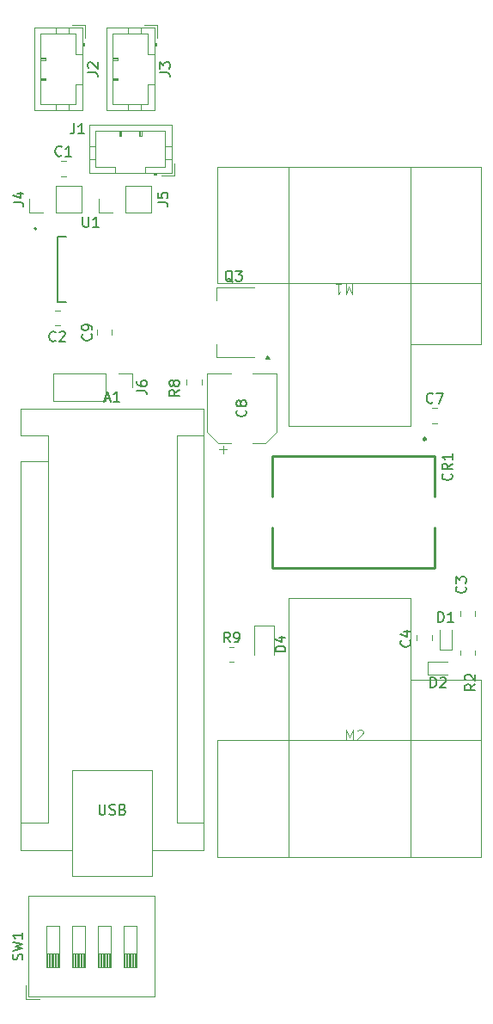
<source format=gbr>
%TF.GenerationSoftware,KiCad,Pcbnew,8.0.2*%
%TF.CreationDate,2024-10-27T19:27:45+01:00*%
%TF.ProjectId,CalkaBot_PCB,43616c6b-6142-46f7-945f-5043422e6b69,rev?*%
%TF.SameCoordinates,Original*%
%TF.FileFunction,Legend,Top*%
%TF.FilePolarity,Positive*%
%FSLAX46Y46*%
G04 Gerber Fmt 4.6, Leading zero omitted, Abs format (unit mm)*
G04 Created by KiCad (PCBNEW 8.0.2) date 2024-10-27 19:27:45*
%MOMM*%
%LPD*%
G01*
G04 APERTURE LIST*
%ADD10C,0.150000*%
%ADD11C,0.100000*%
%ADD12C,0.120000*%
%ADD13C,0.254000*%
%ADD14C,0.127000*%
%ADD15C,0.200000*%
G04 APERTURE END LIST*
D10*
X82704819Y-81738094D02*
X81704819Y-81738094D01*
X81704819Y-81738094D02*
X81704819Y-81499999D01*
X81704819Y-81499999D02*
X81752438Y-81357142D01*
X81752438Y-81357142D02*
X81847676Y-81261904D01*
X81847676Y-81261904D02*
X81942914Y-81214285D01*
X81942914Y-81214285D02*
X82133390Y-81166666D01*
X82133390Y-81166666D02*
X82276247Y-81166666D01*
X82276247Y-81166666D02*
X82466723Y-81214285D01*
X82466723Y-81214285D02*
X82561961Y-81261904D01*
X82561961Y-81261904D02*
X82657200Y-81357142D01*
X82657200Y-81357142D02*
X82704819Y-81499999D01*
X82704819Y-81499999D02*
X82704819Y-81738094D01*
X82038152Y-80309523D02*
X82704819Y-80309523D01*
X81657200Y-80547618D02*
X82371485Y-80785713D01*
X82371485Y-80785713D02*
X82371485Y-80166666D01*
X77233333Y-80804819D02*
X76900000Y-80328628D01*
X76661905Y-80804819D02*
X76661905Y-79804819D01*
X76661905Y-79804819D02*
X77042857Y-79804819D01*
X77042857Y-79804819D02*
X77138095Y-79852438D01*
X77138095Y-79852438D02*
X77185714Y-79900057D01*
X77185714Y-79900057D02*
X77233333Y-79995295D01*
X77233333Y-79995295D02*
X77233333Y-80138152D01*
X77233333Y-80138152D02*
X77185714Y-80233390D01*
X77185714Y-80233390D02*
X77138095Y-80281009D01*
X77138095Y-80281009D02*
X77042857Y-80328628D01*
X77042857Y-80328628D02*
X76661905Y-80328628D01*
X77709524Y-80804819D02*
X77900000Y-80804819D01*
X77900000Y-80804819D02*
X77995238Y-80757200D01*
X77995238Y-80757200D02*
X78042857Y-80709580D01*
X78042857Y-80709580D02*
X78138095Y-80566723D01*
X78138095Y-80566723D02*
X78185714Y-80376247D01*
X78185714Y-80376247D02*
X78185714Y-79995295D01*
X78185714Y-79995295D02*
X78138095Y-79900057D01*
X78138095Y-79900057D02*
X78090476Y-79852438D01*
X78090476Y-79852438D02*
X77995238Y-79804819D01*
X77995238Y-79804819D02*
X77804762Y-79804819D01*
X77804762Y-79804819D02*
X77709524Y-79852438D01*
X77709524Y-79852438D02*
X77661905Y-79900057D01*
X77661905Y-79900057D02*
X77614286Y-79995295D01*
X77614286Y-79995295D02*
X77614286Y-80233390D01*
X77614286Y-80233390D02*
X77661905Y-80328628D01*
X77661905Y-80328628D02*
X77709524Y-80376247D01*
X77709524Y-80376247D02*
X77804762Y-80423866D01*
X77804762Y-80423866D02*
X77995238Y-80423866D01*
X77995238Y-80423866D02*
X78090476Y-80376247D01*
X78090476Y-80376247D02*
X78138095Y-80328628D01*
X78138095Y-80328628D02*
X78185714Y-80233390D01*
X99051389Y-64219405D02*
X99099037Y-64267053D01*
X99099037Y-64267053D02*
X99146684Y-64409997D01*
X99146684Y-64409997D02*
X99146684Y-64505293D01*
X99146684Y-64505293D02*
X99099037Y-64648236D01*
X99099037Y-64648236D02*
X99003741Y-64743532D01*
X99003741Y-64743532D02*
X98908445Y-64791180D01*
X98908445Y-64791180D02*
X98717853Y-64838828D01*
X98717853Y-64838828D02*
X98574910Y-64838828D01*
X98574910Y-64838828D02*
X98384318Y-64791180D01*
X98384318Y-64791180D02*
X98289022Y-64743532D01*
X98289022Y-64743532D02*
X98193726Y-64648236D01*
X98193726Y-64648236D02*
X98146078Y-64505293D01*
X98146078Y-64505293D02*
X98146078Y-64409997D01*
X98146078Y-64409997D02*
X98193726Y-64267053D01*
X98193726Y-64267053D02*
X98241374Y-64219405D01*
X99146684Y-63218799D02*
X98670205Y-63552334D01*
X99146684Y-63790574D02*
X98146078Y-63790574D01*
X98146078Y-63790574D02*
X98146078Y-63409391D01*
X98146078Y-63409391D02*
X98193726Y-63314095D01*
X98193726Y-63314095D02*
X98241374Y-63266447D01*
X98241374Y-63266447D02*
X98336670Y-63218799D01*
X98336670Y-63218799D02*
X98479614Y-63218799D01*
X98479614Y-63218799D02*
X98574910Y-63266447D01*
X98574910Y-63266447D02*
X98622557Y-63314095D01*
X98622557Y-63314095D02*
X98670205Y-63409391D01*
X98670205Y-63409391D02*
X98670205Y-63790574D01*
X99146684Y-62265841D02*
X99146684Y-62837616D01*
X99146684Y-62551728D02*
X98146078Y-62551728D01*
X98146078Y-62551728D02*
X98289022Y-62647024D01*
X98289022Y-62647024D02*
X98384318Y-62742320D01*
X98384318Y-62742320D02*
X98431966Y-62837616D01*
X72254819Y-55966666D02*
X71778628Y-56299999D01*
X72254819Y-56538094D02*
X71254819Y-56538094D01*
X71254819Y-56538094D02*
X71254819Y-56157142D01*
X71254819Y-56157142D02*
X71302438Y-56061904D01*
X71302438Y-56061904D02*
X71350057Y-56014285D01*
X71350057Y-56014285D02*
X71445295Y-55966666D01*
X71445295Y-55966666D02*
X71588152Y-55966666D01*
X71588152Y-55966666D02*
X71683390Y-56014285D01*
X71683390Y-56014285D02*
X71731009Y-56061904D01*
X71731009Y-56061904D02*
X71778628Y-56157142D01*
X71778628Y-56157142D02*
X71778628Y-56538094D01*
X71683390Y-55395237D02*
X71635771Y-55490475D01*
X71635771Y-55490475D02*
X71588152Y-55538094D01*
X71588152Y-55538094D02*
X71492914Y-55585713D01*
X71492914Y-55585713D02*
X71445295Y-55585713D01*
X71445295Y-55585713D02*
X71350057Y-55538094D01*
X71350057Y-55538094D02*
X71302438Y-55490475D01*
X71302438Y-55490475D02*
X71254819Y-55395237D01*
X71254819Y-55395237D02*
X71254819Y-55204761D01*
X71254819Y-55204761D02*
X71302438Y-55109523D01*
X71302438Y-55109523D02*
X71350057Y-55061904D01*
X71350057Y-55061904D02*
X71445295Y-55014285D01*
X71445295Y-55014285D02*
X71492914Y-55014285D01*
X71492914Y-55014285D02*
X71588152Y-55061904D01*
X71588152Y-55061904D02*
X71635771Y-55109523D01*
X71635771Y-55109523D02*
X71683390Y-55204761D01*
X71683390Y-55204761D02*
X71683390Y-55395237D01*
X71683390Y-55395237D02*
X71731009Y-55490475D01*
X71731009Y-55490475D02*
X71778628Y-55538094D01*
X71778628Y-55538094D02*
X71873866Y-55585713D01*
X71873866Y-55585713D02*
X72064342Y-55585713D01*
X72064342Y-55585713D02*
X72159580Y-55538094D01*
X72159580Y-55538094D02*
X72207200Y-55490475D01*
X72207200Y-55490475D02*
X72254819Y-55395237D01*
X72254819Y-55395237D02*
X72254819Y-55204761D01*
X72254819Y-55204761D02*
X72207200Y-55109523D01*
X72207200Y-55109523D02*
X72159580Y-55061904D01*
X72159580Y-55061904D02*
X72064342Y-55014285D01*
X72064342Y-55014285D02*
X71873866Y-55014285D01*
X71873866Y-55014285D02*
X71778628Y-55061904D01*
X71778628Y-55061904D02*
X71731009Y-55109523D01*
X71731009Y-55109523D02*
X71683390Y-55204761D01*
X78759580Y-57966666D02*
X78807200Y-58014285D01*
X78807200Y-58014285D02*
X78854819Y-58157142D01*
X78854819Y-58157142D02*
X78854819Y-58252380D01*
X78854819Y-58252380D02*
X78807200Y-58395237D01*
X78807200Y-58395237D02*
X78711961Y-58490475D01*
X78711961Y-58490475D02*
X78616723Y-58538094D01*
X78616723Y-58538094D02*
X78426247Y-58585713D01*
X78426247Y-58585713D02*
X78283390Y-58585713D01*
X78283390Y-58585713D02*
X78092914Y-58538094D01*
X78092914Y-58538094D02*
X77997676Y-58490475D01*
X77997676Y-58490475D02*
X77902438Y-58395237D01*
X77902438Y-58395237D02*
X77854819Y-58252380D01*
X77854819Y-58252380D02*
X77854819Y-58157142D01*
X77854819Y-58157142D02*
X77902438Y-58014285D01*
X77902438Y-58014285D02*
X77950057Y-57966666D01*
X78283390Y-57395237D02*
X78235771Y-57490475D01*
X78235771Y-57490475D02*
X78188152Y-57538094D01*
X78188152Y-57538094D02*
X78092914Y-57585713D01*
X78092914Y-57585713D02*
X78045295Y-57585713D01*
X78045295Y-57585713D02*
X77950057Y-57538094D01*
X77950057Y-57538094D02*
X77902438Y-57490475D01*
X77902438Y-57490475D02*
X77854819Y-57395237D01*
X77854819Y-57395237D02*
X77854819Y-57204761D01*
X77854819Y-57204761D02*
X77902438Y-57109523D01*
X77902438Y-57109523D02*
X77950057Y-57061904D01*
X77950057Y-57061904D02*
X78045295Y-57014285D01*
X78045295Y-57014285D02*
X78092914Y-57014285D01*
X78092914Y-57014285D02*
X78188152Y-57061904D01*
X78188152Y-57061904D02*
X78235771Y-57109523D01*
X78235771Y-57109523D02*
X78283390Y-57204761D01*
X78283390Y-57204761D02*
X78283390Y-57395237D01*
X78283390Y-57395237D02*
X78331009Y-57490475D01*
X78331009Y-57490475D02*
X78378628Y-57538094D01*
X78378628Y-57538094D02*
X78473866Y-57585713D01*
X78473866Y-57585713D02*
X78664342Y-57585713D01*
X78664342Y-57585713D02*
X78759580Y-57538094D01*
X78759580Y-57538094D02*
X78807200Y-57490475D01*
X78807200Y-57490475D02*
X78854819Y-57395237D01*
X78854819Y-57395237D02*
X78854819Y-57204761D01*
X78854819Y-57204761D02*
X78807200Y-57109523D01*
X78807200Y-57109523D02*
X78759580Y-57061904D01*
X78759580Y-57061904D02*
X78664342Y-57014285D01*
X78664342Y-57014285D02*
X78473866Y-57014285D01*
X78473866Y-57014285D02*
X78378628Y-57061904D01*
X78378628Y-57061904D02*
X78331009Y-57109523D01*
X78331009Y-57109523D02*
X78283390Y-57204761D01*
X77504761Y-45350057D02*
X77409523Y-45302438D01*
X77409523Y-45302438D02*
X77314285Y-45207200D01*
X77314285Y-45207200D02*
X77171428Y-45064342D01*
X77171428Y-45064342D02*
X77076190Y-45016723D01*
X77076190Y-45016723D02*
X76980952Y-45016723D01*
X77028571Y-45254819D02*
X76933333Y-45207200D01*
X76933333Y-45207200D02*
X76838095Y-45111961D01*
X76838095Y-45111961D02*
X76790476Y-44921485D01*
X76790476Y-44921485D02*
X76790476Y-44588152D01*
X76790476Y-44588152D02*
X76838095Y-44397676D01*
X76838095Y-44397676D02*
X76933333Y-44302438D01*
X76933333Y-44302438D02*
X77028571Y-44254819D01*
X77028571Y-44254819D02*
X77219047Y-44254819D01*
X77219047Y-44254819D02*
X77314285Y-44302438D01*
X77314285Y-44302438D02*
X77409523Y-44397676D01*
X77409523Y-44397676D02*
X77457142Y-44588152D01*
X77457142Y-44588152D02*
X77457142Y-44921485D01*
X77457142Y-44921485D02*
X77409523Y-45111961D01*
X77409523Y-45111961D02*
X77314285Y-45207200D01*
X77314285Y-45207200D02*
X77219047Y-45254819D01*
X77219047Y-45254819D02*
X77028571Y-45254819D01*
X77790476Y-44254819D02*
X78409523Y-44254819D01*
X78409523Y-44254819D02*
X78076190Y-44635771D01*
X78076190Y-44635771D02*
X78219047Y-44635771D01*
X78219047Y-44635771D02*
X78314285Y-44683390D01*
X78314285Y-44683390D02*
X78361904Y-44731009D01*
X78361904Y-44731009D02*
X78409523Y-44826247D01*
X78409523Y-44826247D02*
X78409523Y-45064342D01*
X78409523Y-45064342D02*
X78361904Y-45159580D01*
X78361904Y-45159580D02*
X78314285Y-45207200D01*
X78314285Y-45207200D02*
X78219047Y-45254819D01*
X78219047Y-45254819D02*
X77933333Y-45254819D01*
X77933333Y-45254819D02*
X77838095Y-45207200D01*
X77838095Y-45207200D02*
X77790476Y-45159580D01*
X64895714Y-56839104D02*
X65371904Y-56839104D01*
X64800476Y-57124819D02*
X65133809Y-56124819D01*
X65133809Y-56124819D02*
X65467142Y-57124819D01*
X66324285Y-57124819D02*
X65752857Y-57124819D01*
X66038571Y-57124819D02*
X66038571Y-56124819D01*
X66038571Y-56124819D02*
X65943333Y-56267676D01*
X65943333Y-56267676D02*
X65848095Y-56362914D01*
X65848095Y-56362914D02*
X65752857Y-56410533D01*
X64348095Y-96764819D02*
X64348095Y-97574342D01*
X64348095Y-97574342D02*
X64395714Y-97669580D01*
X64395714Y-97669580D02*
X64443333Y-97717200D01*
X64443333Y-97717200D02*
X64538571Y-97764819D01*
X64538571Y-97764819D02*
X64729047Y-97764819D01*
X64729047Y-97764819D02*
X64824285Y-97717200D01*
X64824285Y-97717200D02*
X64871904Y-97669580D01*
X64871904Y-97669580D02*
X64919523Y-97574342D01*
X64919523Y-97574342D02*
X64919523Y-96764819D01*
X65348095Y-97717200D02*
X65490952Y-97764819D01*
X65490952Y-97764819D02*
X65729047Y-97764819D01*
X65729047Y-97764819D02*
X65824285Y-97717200D01*
X65824285Y-97717200D02*
X65871904Y-97669580D01*
X65871904Y-97669580D02*
X65919523Y-97574342D01*
X65919523Y-97574342D02*
X65919523Y-97479104D01*
X65919523Y-97479104D02*
X65871904Y-97383866D01*
X65871904Y-97383866D02*
X65824285Y-97336247D01*
X65824285Y-97336247D02*
X65729047Y-97288628D01*
X65729047Y-97288628D02*
X65538571Y-97241009D01*
X65538571Y-97241009D02*
X65443333Y-97193390D01*
X65443333Y-97193390D02*
X65395714Y-97145771D01*
X65395714Y-97145771D02*
X65348095Y-97050533D01*
X65348095Y-97050533D02*
X65348095Y-96955295D01*
X65348095Y-96955295D02*
X65395714Y-96860057D01*
X65395714Y-96860057D02*
X65443333Y-96812438D01*
X65443333Y-96812438D02*
X65538571Y-96764819D01*
X65538571Y-96764819D02*
X65776666Y-96764819D01*
X65776666Y-96764819D02*
X65919523Y-96812438D01*
X66681428Y-97241009D02*
X66824285Y-97288628D01*
X66824285Y-97288628D02*
X66871904Y-97336247D01*
X66871904Y-97336247D02*
X66919523Y-97431485D01*
X66919523Y-97431485D02*
X66919523Y-97574342D01*
X66919523Y-97574342D02*
X66871904Y-97669580D01*
X66871904Y-97669580D02*
X66824285Y-97717200D01*
X66824285Y-97717200D02*
X66729047Y-97764819D01*
X66729047Y-97764819D02*
X66348095Y-97764819D01*
X66348095Y-97764819D02*
X66348095Y-96764819D01*
X66348095Y-96764819D02*
X66681428Y-96764819D01*
X66681428Y-96764819D02*
X66776666Y-96812438D01*
X66776666Y-96812438D02*
X66824285Y-96860057D01*
X66824285Y-96860057D02*
X66871904Y-96955295D01*
X66871904Y-96955295D02*
X66871904Y-97050533D01*
X66871904Y-97050533D02*
X66824285Y-97145771D01*
X66824285Y-97145771D02*
X66776666Y-97193390D01*
X66776666Y-97193390D02*
X66681428Y-97241009D01*
X66681428Y-97241009D02*
X66348095Y-97241009D01*
D11*
X89309523Y-45542580D02*
X89309523Y-46542580D01*
X89309523Y-46542580D02*
X88976190Y-45828295D01*
X88976190Y-45828295D02*
X88642857Y-46542580D01*
X88642857Y-46542580D02*
X88642857Y-45542580D01*
X87642857Y-45542580D02*
X88214285Y-45542580D01*
X87928571Y-45542580D02*
X87928571Y-46542580D01*
X87928571Y-46542580D02*
X88023809Y-46399723D01*
X88023809Y-46399723D02*
X88119047Y-46304485D01*
X88119047Y-46304485D02*
X88214285Y-46256866D01*
D10*
X60633333Y-32879580D02*
X60585714Y-32927200D01*
X60585714Y-32927200D02*
X60442857Y-32974819D01*
X60442857Y-32974819D02*
X60347619Y-32974819D01*
X60347619Y-32974819D02*
X60204762Y-32927200D01*
X60204762Y-32927200D02*
X60109524Y-32831961D01*
X60109524Y-32831961D02*
X60061905Y-32736723D01*
X60061905Y-32736723D02*
X60014286Y-32546247D01*
X60014286Y-32546247D02*
X60014286Y-32403390D01*
X60014286Y-32403390D02*
X60061905Y-32212914D01*
X60061905Y-32212914D02*
X60109524Y-32117676D01*
X60109524Y-32117676D02*
X60204762Y-32022438D01*
X60204762Y-32022438D02*
X60347619Y-31974819D01*
X60347619Y-31974819D02*
X60442857Y-31974819D01*
X60442857Y-31974819D02*
X60585714Y-32022438D01*
X60585714Y-32022438D02*
X60633333Y-32070057D01*
X61585714Y-32974819D02*
X61014286Y-32974819D01*
X61300000Y-32974819D02*
X61300000Y-31974819D01*
X61300000Y-31974819D02*
X61204762Y-32117676D01*
X61204762Y-32117676D02*
X61109524Y-32212914D01*
X61109524Y-32212914D02*
X61014286Y-32260533D01*
X56747200Y-112043332D02*
X56794819Y-111900475D01*
X56794819Y-111900475D02*
X56794819Y-111662380D01*
X56794819Y-111662380D02*
X56747200Y-111567142D01*
X56747200Y-111567142D02*
X56699580Y-111519523D01*
X56699580Y-111519523D02*
X56604342Y-111471904D01*
X56604342Y-111471904D02*
X56509104Y-111471904D01*
X56509104Y-111471904D02*
X56413866Y-111519523D01*
X56413866Y-111519523D02*
X56366247Y-111567142D01*
X56366247Y-111567142D02*
X56318628Y-111662380D01*
X56318628Y-111662380D02*
X56271009Y-111852856D01*
X56271009Y-111852856D02*
X56223390Y-111948094D01*
X56223390Y-111948094D02*
X56175771Y-111995713D01*
X56175771Y-111995713D02*
X56080533Y-112043332D01*
X56080533Y-112043332D02*
X55985295Y-112043332D01*
X55985295Y-112043332D02*
X55890057Y-111995713D01*
X55890057Y-111995713D02*
X55842438Y-111948094D01*
X55842438Y-111948094D02*
X55794819Y-111852856D01*
X55794819Y-111852856D02*
X55794819Y-111614761D01*
X55794819Y-111614761D02*
X55842438Y-111471904D01*
X55794819Y-111138570D02*
X56794819Y-110900475D01*
X56794819Y-110900475D02*
X56080533Y-110709999D01*
X56080533Y-110709999D02*
X56794819Y-110519523D01*
X56794819Y-110519523D02*
X55794819Y-110281428D01*
X56794819Y-109376666D02*
X56794819Y-109948094D01*
X56794819Y-109662380D02*
X55794819Y-109662380D01*
X55794819Y-109662380D02*
X55937676Y-109757618D01*
X55937676Y-109757618D02*
X56032914Y-109852856D01*
X56032914Y-109852856D02*
X56080533Y-109948094D01*
X55887319Y-37520833D02*
X56601604Y-37520833D01*
X56601604Y-37520833D02*
X56744461Y-37568452D01*
X56744461Y-37568452D02*
X56839700Y-37663690D01*
X56839700Y-37663690D02*
X56887319Y-37806547D01*
X56887319Y-37806547D02*
X56887319Y-37901785D01*
X56220652Y-36616071D02*
X56887319Y-36616071D01*
X55839700Y-36854166D02*
X56553985Y-37092261D01*
X56553985Y-37092261D02*
X56553985Y-36473214D01*
X68024819Y-56033333D02*
X68739104Y-56033333D01*
X68739104Y-56033333D02*
X68881961Y-56080952D01*
X68881961Y-56080952D02*
X68977200Y-56176190D01*
X68977200Y-56176190D02*
X69024819Y-56319047D01*
X69024819Y-56319047D02*
X69024819Y-56414285D01*
X68024819Y-55128571D02*
X68024819Y-55319047D01*
X68024819Y-55319047D02*
X68072438Y-55414285D01*
X68072438Y-55414285D02*
X68120057Y-55461904D01*
X68120057Y-55461904D02*
X68262914Y-55557142D01*
X68262914Y-55557142D02*
X68453390Y-55604761D01*
X68453390Y-55604761D02*
X68834342Y-55604761D01*
X68834342Y-55604761D02*
X68929580Y-55557142D01*
X68929580Y-55557142D02*
X68977200Y-55509523D01*
X68977200Y-55509523D02*
X69024819Y-55414285D01*
X69024819Y-55414285D02*
X69024819Y-55223809D01*
X69024819Y-55223809D02*
X68977200Y-55128571D01*
X68977200Y-55128571D02*
X68929580Y-55080952D01*
X68929580Y-55080952D02*
X68834342Y-55033333D01*
X68834342Y-55033333D02*
X68596247Y-55033333D01*
X68596247Y-55033333D02*
X68501009Y-55080952D01*
X68501009Y-55080952D02*
X68453390Y-55128571D01*
X68453390Y-55128571D02*
X68405771Y-55223809D01*
X68405771Y-55223809D02*
X68405771Y-55414285D01*
X68405771Y-55414285D02*
X68453390Y-55509523D01*
X68453390Y-55509523D02*
X68501009Y-55557142D01*
X68501009Y-55557142D02*
X68596247Y-55604761D01*
X100409580Y-75316666D02*
X100457200Y-75364285D01*
X100457200Y-75364285D02*
X100504819Y-75507142D01*
X100504819Y-75507142D02*
X100504819Y-75602380D01*
X100504819Y-75602380D02*
X100457200Y-75745237D01*
X100457200Y-75745237D02*
X100361961Y-75840475D01*
X100361961Y-75840475D02*
X100266723Y-75888094D01*
X100266723Y-75888094D02*
X100076247Y-75935713D01*
X100076247Y-75935713D02*
X99933390Y-75935713D01*
X99933390Y-75935713D02*
X99742914Y-75888094D01*
X99742914Y-75888094D02*
X99647676Y-75840475D01*
X99647676Y-75840475D02*
X99552438Y-75745237D01*
X99552438Y-75745237D02*
X99504819Y-75602380D01*
X99504819Y-75602380D02*
X99504819Y-75507142D01*
X99504819Y-75507142D02*
X99552438Y-75364285D01*
X99552438Y-75364285D02*
X99600057Y-75316666D01*
X99504819Y-74983332D02*
X99504819Y-74364285D01*
X99504819Y-74364285D02*
X99885771Y-74697618D01*
X99885771Y-74697618D02*
X99885771Y-74554761D01*
X99885771Y-74554761D02*
X99933390Y-74459523D01*
X99933390Y-74459523D02*
X99981009Y-74411904D01*
X99981009Y-74411904D02*
X100076247Y-74364285D01*
X100076247Y-74364285D02*
X100314342Y-74364285D01*
X100314342Y-74364285D02*
X100409580Y-74411904D01*
X100409580Y-74411904D02*
X100457200Y-74459523D01*
X100457200Y-74459523D02*
X100504819Y-74554761D01*
X100504819Y-74554761D02*
X100504819Y-74840475D01*
X100504819Y-74840475D02*
X100457200Y-74935713D01*
X100457200Y-74935713D02*
X100409580Y-74983332D01*
X97761905Y-78804819D02*
X97761905Y-77804819D01*
X97761905Y-77804819D02*
X98000000Y-77804819D01*
X98000000Y-77804819D02*
X98142857Y-77852438D01*
X98142857Y-77852438D02*
X98238095Y-77947676D01*
X98238095Y-77947676D02*
X98285714Y-78042914D01*
X98285714Y-78042914D02*
X98333333Y-78233390D01*
X98333333Y-78233390D02*
X98333333Y-78376247D01*
X98333333Y-78376247D02*
X98285714Y-78566723D01*
X98285714Y-78566723D02*
X98238095Y-78661961D01*
X98238095Y-78661961D02*
X98142857Y-78757200D01*
X98142857Y-78757200D02*
X98000000Y-78804819D01*
X98000000Y-78804819D02*
X97761905Y-78804819D01*
X99285714Y-78804819D02*
X98714286Y-78804819D01*
X99000000Y-78804819D02*
X99000000Y-77804819D01*
X99000000Y-77804819D02*
X98904762Y-77947676D01*
X98904762Y-77947676D02*
X98809524Y-78042914D01*
X98809524Y-78042914D02*
X98714286Y-78090533D01*
X94959580Y-80616666D02*
X95007200Y-80664285D01*
X95007200Y-80664285D02*
X95054819Y-80807142D01*
X95054819Y-80807142D02*
X95054819Y-80902380D01*
X95054819Y-80902380D02*
X95007200Y-81045237D01*
X95007200Y-81045237D02*
X94911961Y-81140475D01*
X94911961Y-81140475D02*
X94816723Y-81188094D01*
X94816723Y-81188094D02*
X94626247Y-81235713D01*
X94626247Y-81235713D02*
X94483390Y-81235713D01*
X94483390Y-81235713D02*
X94292914Y-81188094D01*
X94292914Y-81188094D02*
X94197676Y-81140475D01*
X94197676Y-81140475D02*
X94102438Y-81045237D01*
X94102438Y-81045237D02*
X94054819Y-80902380D01*
X94054819Y-80902380D02*
X94054819Y-80807142D01*
X94054819Y-80807142D02*
X94102438Y-80664285D01*
X94102438Y-80664285D02*
X94150057Y-80616666D01*
X94388152Y-79759523D02*
X95054819Y-79759523D01*
X94007200Y-79997618D02*
X94721485Y-80235713D01*
X94721485Y-80235713D02*
X94721485Y-79616666D01*
X70304819Y-24733333D02*
X71019104Y-24733333D01*
X71019104Y-24733333D02*
X71161961Y-24780952D01*
X71161961Y-24780952D02*
X71257200Y-24876190D01*
X71257200Y-24876190D02*
X71304819Y-25019047D01*
X71304819Y-25019047D02*
X71304819Y-25114285D01*
X70304819Y-24352380D02*
X70304819Y-23733333D01*
X70304819Y-23733333D02*
X70685771Y-24066666D01*
X70685771Y-24066666D02*
X70685771Y-23923809D01*
X70685771Y-23923809D02*
X70733390Y-23828571D01*
X70733390Y-23828571D02*
X70781009Y-23780952D01*
X70781009Y-23780952D02*
X70876247Y-23733333D01*
X70876247Y-23733333D02*
X71114342Y-23733333D01*
X71114342Y-23733333D02*
X71209580Y-23780952D01*
X71209580Y-23780952D02*
X71257200Y-23828571D01*
X71257200Y-23828571D02*
X71304819Y-23923809D01*
X71304819Y-23923809D02*
X71304819Y-24209523D01*
X71304819Y-24209523D02*
X71257200Y-24304761D01*
X71257200Y-24304761D02*
X71209580Y-24352380D01*
X62725595Y-38932319D02*
X62725595Y-39741842D01*
X62725595Y-39741842D02*
X62773214Y-39837080D01*
X62773214Y-39837080D02*
X62820833Y-39884700D01*
X62820833Y-39884700D02*
X62916071Y-39932319D01*
X62916071Y-39932319D02*
X63106547Y-39932319D01*
X63106547Y-39932319D02*
X63201785Y-39884700D01*
X63201785Y-39884700D02*
X63249404Y-39837080D01*
X63249404Y-39837080D02*
X63297023Y-39741842D01*
X63297023Y-39741842D02*
X63297023Y-38932319D01*
X64297023Y-39932319D02*
X63725595Y-39932319D01*
X64011309Y-39932319D02*
X64011309Y-38932319D01*
X64011309Y-38932319D02*
X63916071Y-39075176D01*
X63916071Y-39075176D02*
X63820833Y-39170414D01*
X63820833Y-39170414D02*
X63725595Y-39218033D01*
X60033333Y-51109580D02*
X59985714Y-51157200D01*
X59985714Y-51157200D02*
X59842857Y-51204819D01*
X59842857Y-51204819D02*
X59747619Y-51204819D01*
X59747619Y-51204819D02*
X59604762Y-51157200D01*
X59604762Y-51157200D02*
X59509524Y-51061961D01*
X59509524Y-51061961D02*
X59461905Y-50966723D01*
X59461905Y-50966723D02*
X59414286Y-50776247D01*
X59414286Y-50776247D02*
X59414286Y-50633390D01*
X59414286Y-50633390D02*
X59461905Y-50442914D01*
X59461905Y-50442914D02*
X59509524Y-50347676D01*
X59509524Y-50347676D02*
X59604762Y-50252438D01*
X59604762Y-50252438D02*
X59747619Y-50204819D01*
X59747619Y-50204819D02*
X59842857Y-50204819D01*
X59842857Y-50204819D02*
X59985714Y-50252438D01*
X59985714Y-50252438D02*
X60033333Y-50300057D01*
X60414286Y-50300057D02*
X60461905Y-50252438D01*
X60461905Y-50252438D02*
X60557143Y-50204819D01*
X60557143Y-50204819D02*
X60795238Y-50204819D01*
X60795238Y-50204819D02*
X60890476Y-50252438D01*
X60890476Y-50252438D02*
X60938095Y-50300057D01*
X60938095Y-50300057D02*
X60985714Y-50395295D01*
X60985714Y-50395295D02*
X60985714Y-50490533D01*
X60985714Y-50490533D02*
X60938095Y-50633390D01*
X60938095Y-50633390D02*
X60366667Y-51204819D01*
X60366667Y-51204819D02*
X60985714Y-51204819D01*
X61866666Y-29754819D02*
X61866666Y-30469104D01*
X61866666Y-30469104D02*
X61819047Y-30611961D01*
X61819047Y-30611961D02*
X61723809Y-30707200D01*
X61723809Y-30707200D02*
X61580952Y-30754819D01*
X61580952Y-30754819D02*
X61485714Y-30754819D01*
X62866666Y-30754819D02*
X62295238Y-30754819D01*
X62580952Y-30754819D02*
X62580952Y-29754819D01*
X62580952Y-29754819D02*
X62485714Y-29897676D01*
X62485714Y-29897676D02*
X62390476Y-29992914D01*
X62390476Y-29992914D02*
X62295238Y-30040533D01*
X97011905Y-85254819D02*
X97011905Y-84254819D01*
X97011905Y-84254819D02*
X97250000Y-84254819D01*
X97250000Y-84254819D02*
X97392857Y-84302438D01*
X97392857Y-84302438D02*
X97488095Y-84397676D01*
X97488095Y-84397676D02*
X97535714Y-84492914D01*
X97535714Y-84492914D02*
X97583333Y-84683390D01*
X97583333Y-84683390D02*
X97583333Y-84826247D01*
X97583333Y-84826247D02*
X97535714Y-85016723D01*
X97535714Y-85016723D02*
X97488095Y-85111961D01*
X97488095Y-85111961D02*
X97392857Y-85207200D01*
X97392857Y-85207200D02*
X97250000Y-85254819D01*
X97250000Y-85254819D02*
X97011905Y-85254819D01*
X97964286Y-84350057D02*
X98011905Y-84302438D01*
X98011905Y-84302438D02*
X98107143Y-84254819D01*
X98107143Y-84254819D02*
X98345238Y-84254819D01*
X98345238Y-84254819D02*
X98440476Y-84302438D01*
X98440476Y-84302438D02*
X98488095Y-84350057D01*
X98488095Y-84350057D02*
X98535714Y-84445295D01*
X98535714Y-84445295D02*
X98535714Y-84540533D01*
X98535714Y-84540533D02*
X98488095Y-84683390D01*
X98488095Y-84683390D02*
X97916667Y-85254819D01*
X97916667Y-85254819D02*
X98535714Y-85254819D01*
X63542080Y-50479166D02*
X63589700Y-50526785D01*
X63589700Y-50526785D02*
X63637319Y-50669642D01*
X63637319Y-50669642D02*
X63637319Y-50764880D01*
X63637319Y-50764880D02*
X63589700Y-50907737D01*
X63589700Y-50907737D02*
X63494461Y-51002975D01*
X63494461Y-51002975D02*
X63399223Y-51050594D01*
X63399223Y-51050594D02*
X63208747Y-51098213D01*
X63208747Y-51098213D02*
X63065890Y-51098213D01*
X63065890Y-51098213D02*
X62875414Y-51050594D01*
X62875414Y-51050594D02*
X62780176Y-51002975D01*
X62780176Y-51002975D02*
X62684938Y-50907737D01*
X62684938Y-50907737D02*
X62637319Y-50764880D01*
X62637319Y-50764880D02*
X62637319Y-50669642D01*
X62637319Y-50669642D02*
X62684938Y-50526785D01*
X62684938Y-50526785D02*
X62732557Y-50479166D01*
X63637319Y-50002975D02*
X63637319Y-49812499D01*
X63637319Y-49812499D02*
X63589700Y-49717261D01*
X63589700Y-49717261D02*
X63542080Y-49669642D01*
X63542080Y-49669642D02*
X63399223Y-49574404D01*
X63399223Y-49574404D02*
X63208747Y-49526785D01*
X63208747Y-49526785D02*
X62827795Y-49526785D01*
X62827795Y-49526785D02*
X62732557Y-49574404D01*
X62732557Y-49574404D02*
X62684938Y-49622023D01*
X62684938Y-49622023D02*
X62637319Y-49717261D01*
X62637319Y-49717261D02*
X62637319Y-49907737D01*
X62637319Y-49907737D02*
X62684938Y-50002975D01*
X62684938Y-50002975D02*
X62732557Y-50050594D01*
X62732557Y-50050594D02*
X62827795Y-50098213D01*
X62827795Y-50098213D02*
X63065890Y-50098213D01*
X63065890Y-50098213D02*
X63161128Y-50050594D01*
X63161128Y-50050594D02*
X63208747Y-50002975D01*
X63208747Y-50002975D02*
X63256366Y-49907737D01*
X63256366Y-49907737D02*
X63256366Y-49717261D01*
X63256366Y-49717261D02*
X63208747Y-49622023D01*
X63208747Y-49622023D02*
X63161128Y-49574404D01*
X63161128Y-49574404D02*
X63065890Y-49526785D01*
X70104819Y-37533333D02*
X70819104Y-37533333D01*
X70819104Y-37533333D02*
X70961961Y-37580952D01*
X70961961Y-37580952D02*
X71057200Y-37676190D01*
X71057200Y-37676190D02*
X71104819Y-37819047D01*
X71104819Y-37819047D02*
X71104819Y-37914285D01*
X70104819Y-36580952D02*
X70104819Y-37057142D01*
X70104819Y-37057142D02*
X70581009Y-37104761D01*
X70581009Y-37104761D02*
X70533390Y-37057142D01*
X70533390Y-37057142D02*
X70485771Y-36961904D01*
X70485771Y-36961904D02*
X70485771Y-36723809D01*
X70485771Y-36723809D02*
X70533390Y-36628571D01*
X70533390Y-36628571D02*
X70581009Y-36580952D01*
X70581009Y-36580952D02*
X70676247Y-36533333D01*
X70676247Y-36533333D02*
X70914342Y-36533333D01*
X70914342Y-36533333D02*
X71009580Y-36580952D01*
X71009580Y-36580952D02*
X71057200Y-36628571D01*
X71057200Y-36628571D02*
X71104819Y-36723809D01*
X71104819Y-36723809D02*
X71104819Y-36961904D01*
X71104819Y-36961904D02*
X71057200Y-37057142D01*
X71057200Y-37057142D02*
X71009580Y-37104761D01*
X101404819Y-84916666D02*
X100928628Y-85249999D01*
X101404819Y-85488094D02*
X100404819Y-85488094D01*
X100404819Y-85488094D02*
X100404819Y-85107142D01*
X100404819Y-85107142D02*
X100452438Y-85011904D01*
X100452438Y-85011904D02*
X100500057Y-84964285D01*
X100500057Y-84964285D02*
X100595295Y-84916666D01*
X100595295Y-84916666D02*
X100738152Y-84916666D01*
X100738152Y-84916666D02*
X100833390Y-84964285D01*
X100833390Y-84964285D02*
X100881009Y-85011904D01*
X100881009Y-85011904D02*
X100928628Y-85107142D01*
X100928628Y-85107142D02*
X100928628Y-85488094D01*
X100500057Y-84535713D02*
X100452438Y-84488094D01*
X100452438Y-84488094D02*
X100404819Y-84392856D01*
X100404819Y-84392856D02*
X100404819Y-84154761D01*
X100404819Y-84154761D02*
X100452438Y-84059523D01*
X100452438Y-84059523D02*
X100500057Y-84011904D01*
X100500057Y-84011904D02*
X100595295Y-83964285D01*
X100595295Y-83964285D02*
X100690533Y-83964285D01*
X100690533Y-83964285D02*
X100833390Y-84011904D01*
X100833390Y-84011904D02*
X101404819Y-84583332D01*
X101404819Y-84583332D02*
X101404819Y-83964285D01*
X63204819Y-24733333D02*
X63919104Y-24733333D01*
X63919104Y-24733333D02*
X64061961Y-24780952D01*
X64061961Y-24780952D02*
X64157200Y-24876190D01*
X64157200Y-24876190D02*
X64204819Y-25019047D01*
X64204819Y-25019047D02*
X64204819Y-25114285D01*
X63300057Y-24304761D02*
X63252438Y-24257142D01*
X63252438Y-24257142D02*
X63204819Y-24161904D01*
X63204819Y-24161904D02*
X63204819Y-23923809D01*
X63204819Y-23923809D02*
X63252438Y-23828571D01*
X63252438Y-23828571D02*
X63300057Y-23780952D01*
X63300057Y-23780952D02*
X63395295Y-23733333D01*
X63395295Y-23733333D02*
X63490533Y-23733333D01*
X63490533Y-23733333D02*
X63633390Y-23780952D01*
X63633390Y-23780952D02*
X64204819Y-24352380D01*
X64204819Y-24352380D02*
X64204819Y-23733333D01*
X97233333Y-57179580D02*
X97185714Y-57227200D01*
X97185714Y-57227200D02*
X97042857Y-57274819D01*
X97042857Y-57274819D02*
X96947619Y-57274819D01*
X96947619Y-57274819D02*
X96804762Y-57227200D01*
X96804762Y-57227200D02*
X96709524Y-57131961D01*
X96709524Y-57131961D02*
X96661905Y-57036723D01*
X96661905Y-57036723D02*
X96614286Y-56846247D01*
X96614286Y-56846247D02*
X96614286Y-56703390D01*
X96614286Y-56703390D02*
X96661905Y-56512914D01*
X96661905Y-56512914D02*
X96709524Y-56417676D01*
X96709524Y-56417676D02*
X96804762Y-56322438D01*
X96804762Y-56322438D02*
X96947619Y-56274819D01*
X96947619Y-56274819D02*
X97042857Y-56274819D01*
X97042857Y-56274819D02*
X97185714Y-56322438D01*
X97185714Y-56322438D02*
X97233333Y-56370057D01*
X97566667Y-56274819D02*
X98233333Y-56274819D01*
X98233333Y-56274819D02*
X97804762Y-57274819D01*
D11*
X88690476Y-90413419D02*
X88690476Y-89413419D01*
X88690476Y-89413419D02*
X89023809Y-90127704D01*
X89023809Y-90127704D02*
X89357142Y-89413419D01*
X89357142Y-89413419D02*
X89357142Y-90413419D01*
X89785714Y-89508657D02*
X89833333Y-89461038D01*
X89833333Y-89461038D02*
X89928571Y-89413419D01*
X89928571Y-89413419D02*
X90166666Y-89413419D01*
X90166666Y-89413419D02*
X90261904Y-89461038D01*
X90261904Y-89461038D02*
X90309523Y-89508657D01*
X90309523Y-89508657D02*
X90357142Y-89603895D01*
X90357142Y-89603895D02*
X90357142Y-89699133D01*
X90357142Y-89699133D02*
X90309523Y-89841990D01*
X90309523Y-89841990D02*
X89738095Y-90413419D01*
X89738095Y-90413419D02*
X90357142Y-90413419D01*
D12*
%TO.C,D4*%
X81560000Y-79140000D02*
X79640000Y-79140000D01*
X79640000Y-79140000D02*
X79640000Y-82000000D01*
X81560000Y-82000000D02*
X81560000Y-79140000D01*
%TO.C,R9*%
X77172936Y-81265000D02*
X77627064Y-81265000D01*
X77172936Y-82735000D02*
X77627064Y-82735000D01*
D13*
%TO.C,CR1*%
X81415000Y-62500000D02*
X97415000Y-62500000D01*
X97415000Y-66500000D02*
X97415000Y-62500000D01*
X81415000Y-66500000D02*
X81415000Y-62500000D01*
X97415000Y-73500000D02*
X97415000Y-69500000D01*
X97415000Y-73500000D02*
X81415000Y-73500000D01*
X81415000Y-73500000D02*
X81415000Y-69500000D01*
X96542000Y-60800000D02*
G75*
G02*
X96288000Y-60800000I-127000J0D01*
G01*
X96288000Y-60800000D02*
G75*
G02*
X96542000Y-60800000I127000J0D01*
G01*
D12*
%TO.C,R8*%
X72965000Y-54972936D02*
X72965000Y-55427064D01*
X74435000Y-54972936D02*
X74435000Y-55427064D01*
%TO.C,C8*%
X76552500Y-62237500D02*
X76552500Y-61450000D01*
X76158750Y-61843750D02*
X76946250Y-61843750D01*
X76054437Y-61210000D02*
X77340000Y-61210000D01*
X76054437Y-61210000D02*
X74990000Y-60145563D01*
X80745563Y-61210000D02*
X79460000Y-61210000D01*
X80745563Y-61210000D02*
X81810000Y-60145563D01*
X74990000Y-60145563D02*
X74990000Y-54390000D01*
X81810000Y-60145563D02*
X81810000Y-54390000D01*
X74990000Y-54390000D02*
X77340000Y-54390000D01*
X81810000Y-54390000D02*
X79460000Y-54390000D01*
%TO.C,Q3*%
X79650000Y-52710000D02*
X75890000Y-52710000D01*
X79650000Y-45890000D02*
X75890000Y-45890000D01*
X75890000Y-52710000D02*
X75890000Y-51450000D01*
X75890000Y-45890000D02*
X75890000Y-47150000D01*
X81170000Y-52940000D02*
X80690000Y-52940000D01*
X80930000Y-52610000D01*
X81170000Y-52940000D01*
G36*
X81170000Y-52940000D02*
G01*
X80690000Y-52940000D01*
X80930000Y-52610000D01*
X81170000Y-52940000D01*
G37*
%TO.C,A1*%
X74630000Y-101250000D02*
X74630000Y-57810000D01*
X74630000Y-101250000D02*
X69550000Y-101250000D01*
X74630000Y-57810000D02*
X56590000Y-57810000D01*
X71960000Y-98580000D02*
X74630000Y-98580000D01*
X71960000Y-60480000D02*
X74630000Y-60480000D01*
X71960000Y-60480000D02*
X71960000Y-98580000D01*
X69550000Y-103790000D02*
X61670000Y-103790000D01*
X69550000Y-93370000D02*
X69550000Y-103790000D01*
X61670000Y-103790000D02*
X61670000Y-93370000D01*
X61670000Y-93370000D02*
X69550000Y-93370000D01*
X59260000Y-98580000D02*
X56590000Y-98580000D01*
X59260000Y-63020000D02*
X59260000Y-98580000D01*
X59260000Y-63020000D02*
X59260000Y-60480000D01*
X59260000Y-63020000D02*
X56590000Y-63020000D01*
X59260000Y-60480000D02*
X56590000Y-60480000D01*
X56590000Y-101250000D02*
X61670000Y-101250000D01*
X56590000Y-63020000D02*
X56590000Y-101250000D01*
X56590000Y-57810000D02*
X56590000Y-60480000D01*
%TO.C,M1*%
D11*
X102000000Y-51500000D02*
X95000000Y-51500000D01*
X95000000Y-45500000D01*
X102000000Y-45500000D01*
X102000000Y-51500000D01*
X102000000Y-45500000D02*
X76000000Y-45500000D01*
X76000000Y-34000000D01*
X102000000Y-34000000D01*
X102000000Y-45500000D01*
X95000000Y-59500000D02*
X83000000Y-59500000D01*
X83000000Y-34000000D01*
X95000000Y-34000000D01*
X95000000Y-59500000D01*
D12*
%TO.C,C1*%
X60538748Y-33465000D02*
X61061252Y-33465000D01*
X60538748Y-34935000D02*
X61061252Y-34935000D01*
%TO.C,SW1*%
X57100000Y-115900000D02*
X57100000Y-114516000D01*
X57100000Y-115900000D02*
X58483000Y-115900000D01*
X57340000Y-105760000D02*
X69800000Y-105760000D01*
X57340000Y-115660000D02*
X57340000Y-105760000D01*
X57340000Y-115660000D02*
X69800000Y-115660000D01*
X59125000Y-108680000D02*
X59125000Y-112740000D01*
X59125000Y-111386667D02*
X60395000Y-111386667D01*
X59125000Y-112740000D02*
X60395000Y-112740000D01*
X59245000Y-112740000D02*
X59245000Y-111386667D01*
X59365000Y-112740000D02*
X59365000Y-111386667D01*
X59485000Y-112740000D02*
X59485000Y-111386667D01*
X59605000Y-112740000D02*
X59605000Y-111386667D01*
X59725000Y-112740000D02*
X59725000Y-111386667D01*
X59845000Y-112740000D02*
X59845000Y-111386667D01*
X59965000Y-112740000D02*
X59965000Y-111386667D01*
X60085000Y-112740000D02*
X60085000Y-111386667D01*
X60205000Y-112740000D02*
X60205000Y-111386667D01*
X60325000Y-112740000D02*
X60325000Y-111386667D01*
X60395000Y-108680000D02*
X59125000Y-108680000D01*
X60395000Y-112740000D02*
X60395000Y-108680000D01*
X61665000Y-108680000D02*
X61665000Y-112740000D01*
X61665000Y-111386667D02*
X62935000Y-111386667D01*
X61665000Y-112740000D02*
X62935000Y-112740000D01*
X61785000Y-112740000D02*
X61785000Y-111386667D01*
X61905000Y-112740000D02*
X61905000Y-111386667D01*
X62025000Y-112740000D02*
X62025000Y-111386667D01*
X62145000Y-112740000D02*
X62145000Y-111386667D01*
X62265000Y-112740000D02*
X62265000Y-111386667D01*
X62385000Y-112740000D02*
X62385000Y-111386667D01*
X62505000Y-112740000D02*
X62505000Y-111386667D01*
X62625000Y-112740000D02*
X62625000Y-111386667D01*
X62745000Y-112740000D02*
X62745000Y-111386667D01*
X62865000Y-112740000D02*
X62865000Y-111386667D01*
X62935000Y-108680000D02*
X61665000Y-108680000D01*
X62935000Y-112740000D02*
X62935000Y-108680000D01*
X64205000Y-108680000D02*
X64205000Y-112740000D01*
X64205000Y-111386667D02*
X65475000Y-111386667D01*
X64205000Y-112740000D02*
X65475000Y-112740000D01*
X64325000Y-112740000D02*
X64325000Y-111386667D01*
X64445000Y-112740000D02*
X64445000Y-111386667D01*
X64565000Y-112740000D02*
X64565000Y-111386667D01*
X64685000Y-112740000D02*
X64685000Y-111386667D01*
X64805000Y-112740000D02*
X64805000Y-111386667D01*
X64925000Y-112740000D02*
X64925000Y-111386667D01*
X65045000Y-112740000D02*
X65045000Y-111386667D01*
X65165000Y-112740000D02*
X65165000Y-111386667D01*
X65285000Y-112740000D02*
X65285000Y-111386667D01*
X65405000Y-112740000D02*
X65405000Y-111386667D01*
X65475000Y-108680000D02*
X64205000Y-108680000D01*
X65475000Y-112740000D02*
X65475000Y-108680000D01*
X66745000Y-108680000D02*
X66745000Y-112740000D01*
X66745000Y-111386667D02*
X68015000Y-111386667D01*
X66745000Y-112740000D02*
X68015000Y-112740000D01*
X66865000Y-112740000D02*
X66865000Y-111386667D01*
X66985000Y-112740000D02*
X66985000Y-111386667D01*
X67105000Y-112740000D02*
X67105000Y-111386667D01*
X67225000Y-112740000D02*
X67225000Y-111386667D01*
X67345000Y-112740000D02*
X67345000Y-111386667D01*
X67465000Y-112740000D02*
X67465000Y-111386667D01*
X67585000Y-112740000D02*
X67585000Y-111386667D01*
X67705000Y-112740000D02*
X67705000Y-111386667D01*
X67825000Y-112740000D02*
X67825000Y-111386667D01*
X67945000Y-112740000D02*
X67945000Y-111386667D01*
X68015000Y-108680000D02*
X66745000Y-108680000D01*
X68015000Y-112740000D02*
X68015000Y-108680000D01*
X69800000Y-115660000D02*
X69800000Y-105760000D01*
%TO.C,J4*%
X57432500Y-38517500D02*
X57432500Y-37187500D01*
X58762500Y-38517500D02*
X57432500Y-38517500D01*
X60032500Y-35857500D02*
X62632500Y-35857500D01*
X60032500Y-38517500D02*
X60032500Y-35857500D01*
X60032500Y-38517500D02*
X62632500Y-38517500D01*
X62632500Y-38517500D02*
X62632500Y-35857500D01*
%TO.C,J6*%
X59830000Y-54370000D02*
X59830000Y-57030000D01*
X64970000Y-54370000D02*
X59830000Y-54370000D01*
X64970000Y-54370000D02*
X64970000Y-57030000D01*
X64970000Y-57030000D02*
X59830000Y-57030000D01*
X66240000Y-54370000D02*
X67570000Y-54370000D01*
X67570000Y-54370000D02*
X67570000Y-55700000D01*
%TO.C,C3*%
X101385000Y-78211252D02*
X101385000Y-77688748D01*
X99915000Y-78211252D02*
X99915000Y-77688748D01*
%TO.C,D1*%
X97900000Y-79550000D02*
X97900000Y-81510000D01*
X97900000Y-81510000D02*
X99100000Y-81510000D01*
X99100000Y-79550000D02*
X99100000Y-81510000D01*
%TO.C,C4*%
X97135000Y-80088748D02*
X97135000Y-80611252D01*
X95665000Y-80088748D02*
X95665000Y-80611252D01*
%TO.C,J3*%
X65040000Y-20340000D02*
X65040000Y-28460000D01*
X65040000Y-28460000D02*
X69760000Y-28460000D01*
X65650000Y-20950000D02*
X65650000Y-27850000D01*
X65650000Y-23300000D02*
X66150000Y-23300000D01*
X65650000Y-23400000D02*
X66150000Y-23400000D01*
X65650000Y-25300000D02*
X66150000Y-25300000D01*
X65650000Y-25400000D02*
X66150000Y-25400000D01*
X65650000Y-27850000D02*
X69150000Y-27850000D01*
X66150000Y-23300000D02*
X66150000Y-23500000D01*
X66150000Y-23500000D02*
X65650000Y-23500000D01*
X66150000Y-25300000D02*
X66150000Y-25500000D01*
X66150000Y-25500000D02*
X65650000Y-25500000D01*
X67150000Y-20340000D02*
X67150000Y-20950000D01*
X67150000Y-28460000D02*
X67150000Y-27850000D01*
X68450000Y-20340000D02*
X68450000Y-20950000D01*
X68450000Y-28460000D02*
X68450000Y-27850000D01*
X69150000Y-20950000D02*
X65650000Y-20950000D01*
X69150000Y-22900000D02*
X69150000Y-20950000D01*
X69150000Y-25900000D02*
X69760000Y-25900000D01*
X69150000Y-27850000D02*
X69150000Y-25900000D01*
X69760000Y-20340000D02*
X65040000Y-20340000D01*
X69760000Y-22100000D02*
X69960000Y-22100000D01*
X69760000Y-22900000D02*
X69150000Y-22900000D01*
X69760000Y-28460000D02*
X69760000Y-20340000D01*
X69860000Y-22100000D02*
X69860000Y-21800000D01*
X69960000Y-21800000D02*
X69760000Y-21800000D01*
X69960000Y-22100000D02*
X69960000Y-21800000D01*
X70060000Y-20040000D02*
X68810000Y-20040000D01*
X70060000Y-21290000D02*
X70060000Y-20040000D01*
D14*
%TO.C,U1*%
X60275000Y-40862500D02*
X60275000Y-47362500D01*
X60275000Y-47362500D02*
X61048500Y-47362500D01*
X61048500Y-40862500D02*
X60275000Y-40862500D01*
D15*
X58162500Y-40112500D02*
G75*
G02*
X57962500Y-40112500I-100000J0D01*
G01*
X57962500Y-40112500D02*
G75*
G02*
X58162500Y-40112500I100000J0D01*
G01*
D12*
%TO.C,C2*%
X59938748Y-48165000D02*
X60461252Y-48165000D01*
X59938748Y-49635000D02*
X60461252Y-49635000D01*
%TO.C,J1*%
X63340000Y-29890000D02*
X63340000Y-34610000D01*
X63340000Y-32000000D02*
X63950000Y-32000000D01*
X63340000Y-33300000D02*
X63950000Y-33300000D01*
X63340000Y-34610000D02*
X71460000Y-34610000D01*
X63950000Y-30500000D02*
X63950000Y-34000000D01*
X63950000Y-34000000D02*
X65900000Y-34000000D01*
X65900000Y-34000000D02*
X65900000Y-34610000D01*
X66300000Y-31000000D02*
X66300000Y-30500000D01*
X66400000Y-30500000D02*
X66400000Y-31000000D01*
X66500000Y-30500000D02*
X66500000Y-31000000D01*
X66500000Y-31000000D02*
X66300000Y-31000000D01*
X68300000Y-31000000D02*
X68300000Y-30500000D01*
X68400000Y-30500000D02*
X68400000Y-31000000D01*
X68500000Y-30500000D02*
X68500000Y-31000000D01*
X68500000Y-31000000D02*
X68300000Y-31000000D01*
X68900000Y-34000000D02*
X70850000Y-34000000D01*
X68900000Y-34610000D02*
X68900000Y-34000000D01*
X69700000Y-34610000D02*
X69700000Y-34810000D01*
X69700000Y-34710000D02*
X70000000Y-34710000D01*
X69700000Y-34810000D02*
X70000000Y-34810000D01*
X70000000Y-34810000D02*
X70000000Y-34610000D01*
X70510000Y-34910000D02*
X71760000Y-34910000D01*
X70850000Y-30500000D02*
X63950000Y-30500000D01*
X70850000Y-34000000D02*
X70850000Y-30500000D01*
X71460000Y-29890000D02*
X63340000Y-29890000D01*
X71460000Y-32000000D02*
X70850000Y-32000000D01*
X71460000Y-33300000D02*
X70850000Y-33300000D01*
X71460000Y-34610000D02*
X71460000Y-29890000D01*
X71760000Y-34910000D02*
X71760000Y-33660000D01*
%TO.C,D2*%
X98700000Y-83950000D02*
X96740000Y-83950000D01*
X96740000Y-82750000D02*
X96740000Y-83950000D01*
X98700000Y-82750000D02*
X96740000Y-82750000D01*
%TO.C,C9*%
X64127500Y-50573752D02*
X64127500Y-50051248D01*
X65597500Y-50573752D02*
X65597500Y-50051248D01*
%TO.C,J5*%
X69495000Y-38530000D02*
X69495000Y-35870000D01*
X66895000Y-38530000D02*
X69495000Y-38530000D01*
X66895000Y-38530000D02*
X66895000Y-35870000D01*
X66895000Y-35870000D02*
X69495000Y-35870000D01*
X65625000Y-38530000D02*
X64295000Y-38530000D01*
X64295000Y-38530000D02*
X64295000Y-37200000D01*
%TO.C,R2*%
X101385000Y-82077064D02*
X101385000Y-81622936D01*
X99915000Y-82077064D02*
X99915000Y-81622936D01*
%TO.C,J2*%
X57940000Y-20340000D02*
X57940000Y-28460000D01*
X57940000Y-28460000D02*
X62660000Y-28460000D01*
X58550000Y-20950000D02*
X58550000Y-27850000D01*
X58550000Y-23300000D02*
X59050000Y-23300000D01*
X58550000Y-23400000D02*
X59050000Y-23400000D01*
X58550000Y-25300000D02*
X59050000Y-25300000D01*
X58550000Y-25400000D02*
X59050000Y-25400000D01*
X58550000Y-27850000D02*
X62050000Y-27850000D01*
X59050000Y-23300000D02*
X59050000Y-23500000D01*
X59050000Y-23500000D02*
X58550000Y-23500000D01*
X59050000Y-25300000D02*
X59050000Y-25500000D01*
X59050000Y-25500000D02*
X58550000Y-25500000D01*
X60050000Y-20340000D02*
X60050000Y-20950000D01*
X60050000Y-28460000D02*
X60050000Y-27850000D01*
X61350000Y-20340000D02*
X61350000Y-20950000D01*
X61350000Y-28460000D02*
X61350000Y-27850000D01*
X62050000Y-20950000D02*
X58550000Y-20950000D01*
X62050000Y-22900000D02*
X62050000Y-20950000D01*
X62050000Y-25900000D02*
X62660000Y-25900000D01*
X62050000Y-27850000D02*
X62050000Y-25900000D01*
X62660000Y-20340000D02*
X57940000Y-20340000D01*
X62660000Y-22100000D02*
X62860000Y-22100000D01*
X62660000Y-22900000D02*
X62050000Y-22900000D01*
X62660000Y-28460000D02*
X62660000Y-20340000D01*
X62760000Y-22100000D02*
X62760000Y-21800000D01*
X62860000Y-21800000D02*
X62660000Y-21800000D01*
X62860000Y-22100000D02*
X62860000Y-21800000D01*
X62960000Y-20040000D02*
X61710000Y-20040000D01*
X62960000Y-21290000D02*
X62960000Y-20040000D01*
%TO.C,C7*%
X97138748Y-57765000D02*
X97661252Y-57765000D01*
X97138748Y-59235000D02*
X97661252Y-59235000D01*
%TO.C,M2*%
D11*
X76000000Y-90456000D02*
X102000000Y-90456000D01*
X102000000Y-101956000D01*
X76000000Y-101956000D01*
X76000000Y-90456000D01*
X83000000Y-76456000D02*
X95000000Y-76456000D01*
X95000000Y-101956000D01*
X83000000Y-101956000D01*
X83000000Y-76456000D01*
X95000000Y-84456000D02*
X102000000Y-84456000D01*
X102000000Y-90456000D01*
X95000000Y-90456000D01*
X95000000Y-84456000D01*
%TD*%
M02*

</source>
